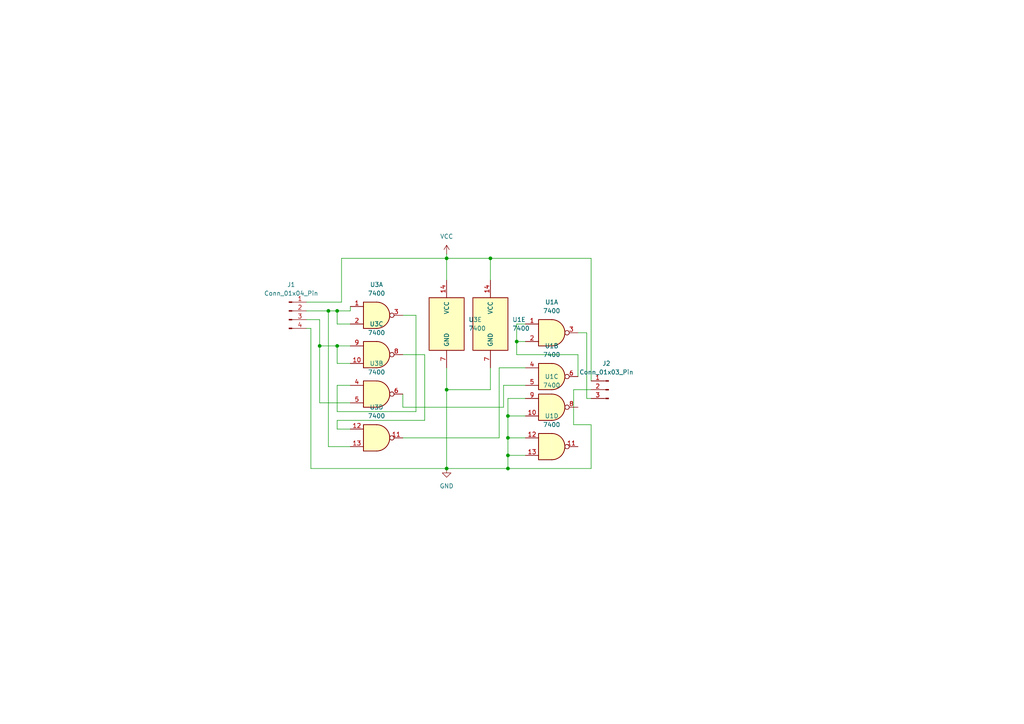
<source format=kicad_sch>
(kicad_sch
	(version 20250114)
	(generator "eeschema")
	(generator_version "9.0")
	(uuid "3fbc55f8-89b9-4de5-9ea3-f6a5a718f87a")
	(paper "A4")
	(lib_symbols
		(symbol "74xx:7400"
			(pin_names
				(offset 1.016)
			)
			(exclude_from_sim no)
			(in_bom yes)
			(on_board yes)
			(property "Reference" "U"
				(at 0 1.27 0)
				(effects
					(font
						(size 1.27 1.27)
					)
				)
			)
			(property "Value" "7400"
				(at 0 -1.27 0)
				(effects
					(font
						(size 1.27 1.27)
					)
				)
			)
			(property "Footprint" ""
				(at 0 0 0)
				(effects
					(font
						(size 1.27 1.27)
					)
					(hide yes)
				)
			)
			(property "Datasheet" "http://www.ti.com/lit/gpn/sn7400"
				(at 0 0 0)
				(effects
					(font
						(size 1.27 1.27)
					)
					(hide yes)
				)
			)
			(property "Description" "quad 2-input NAND gate"
				(at 0 0 0)
				(effects
					(font
						(size 1.27 1.27)
					)
					(hide yes)
				)
			)
			(property "ki_locked" ""
				(at 0 0 0)
				(effects
					(font
						(size 1.27 1.27)
					)
				)
			)
			(property "ki_keywords" "TTL nand 2-input"
				(at 0 0 0)
				(effects
					(font
						(size 1.27 1.27)
					)
					(hide yes)
				)
			)
			(property "ki_fp_filters" "DIP*W7.62mm* SO14*"
				(at 0 0 0)
				(effects
					(font
						(size 1.27 1.27)
					)
					(hide yes)
				)
			)
			(symbol "7400_1_1"
				(arc
					(start 0 3.81)
					(mid 3.7934 0)
					(end 0 -3.81)
					(stroke
						(width 0.254)
						(type default)
					)
					(fill
						(type background)
					)
				)
				(polyline
					(pts
						(xy 0 3.81) (xy -3.81 3.81) (xy -3.81 -3.81) (xy 0 -3.81)
					)
					(stroke
						(width 0.254)
						(type default)
					)
					(fill
						(type background)
					)
				)
				(pin input line
					(at -7.62 2.54 0)
					(length 3.81)
					(name "~"
						(effects
							(font
								(size 1.27 1.27)
							)
						)
					)
					(number "1"
						(effects
							(font
								(size 1.27 1.27)
							)
						)
					)
				)
				(pin input line
					(at -7.62 -2.54 0)
					(length 3.81)
					(name "~"
						(effects
							(font
								(size 1.27 1.27)
							)
						)
					)
					(number "2"
						(effects
							(font
								(size 1.27 1.27)
							)
						)
					)
				)
				(pin output inverted
					(at 7.62 0 180)
					(length 3.81)
					(name "~"
						(effects
							(font
								(size 1.27 1.27)
							)
						)
					)
					(number "3"
						(effects
							(font
								(size 1.27 1.27)
							)
						)
					)
				)
			)
			(symbol "7400_1_2"
				(arc
					(start -3.81 3.81)
					(mid -2.589 0)
					(end -3.81 -3.81)
					(stroke
						(width 0.254)
						(type default)
					)
					(fill
						(type none)
					)
				)
				(polyline
					(pts
						(xy -3.81 3.81) (xy -0.635 3.81)
					)
					(stroke
						(width 0.254)
						(type default)
					)
					(fill
						(type background)
					)
				)
				(polyline
					(pts
						(xy -3.81 -3.81) (xy -0.635 -3.81)
					)
					(stroke
						(width 0.254)
						(type default)
					)
					(fill
						(type background)
					)
				)
				(arc
					(start 3.81 0)
					(mid 2.1855 -2.584)
					(end -0.6096 -3.81)
					(stroke
						(width 0.254)
						(type default)
					)
					(fill
						(type background)
					)
				)
				(arc
					(start -0.6096 3.81)
					(mid 2.1928 2.5924)
					(end 3.81 0)
					(stroke
						(width 0.254)
						(type default)
					)
					(fill
						(type background)
					)
				)
				(polyline
					(pts
						(xy -0.635 3.81) (xy -3.81 3.81) (xy -3.81 3.81) (xy -3.556 3.4036) (xy -3.0226 2.2606) (xy -2.6924 1.0414)
						(xy -2.6162 -0.254) (xy -2.7686 -1.4986) (xy -3.175 -2.7178) (xy -3.81 -3.81) (xy -3.81 -3.81)
						(xy -0.635 -3.81)
					)
					(stroke
						(width -25.4)
						(type default)
					)
					(fill
						(type background)
					)
				)
				(pin input inverted
					(at -7.62 2.54 0)
					(length 4.318)
					(name "~"
						(effects
							(font
								(size 1.27 1.27)
							)
						)
					)
					(number "1"
						(effects
							(font
								(size 1.27 1.27)
							)
						)
					)
				)
				(pin input inverted
					(at -7.62 -2.54 0)
					(length 4.318)
					(name "~"
						(effects
							(font
								(size 1.27 1.27)
							)
						)
					)
					(number "2"
						(effects
							(font
								(size 1.27 1.27)
							)
						)
					)
				)
				(pin output line
					(at 7.62 0 180)
					(length 3.81)
					(name "~"
						(effects
							(font
								(size 1.27 1.27)
							)
						)
					)
					(number "3"
						(effects
							(font
								(size 1.27 1.27)
							)
						)
					)
				)
			)
			(symbol "7400_2_1"
				(arc
					(start 0 3.81)
					(mid 3.7934 0)
					(end 0 -3.81)
					(stroke
						(width 0.254)
						(type default)
					)
					(fill
						(type background)
					)
				)
				(polyline
					(pts
						(xy 0 3.81) (xy -3.81 3.81) (xy -3.81 -3.81) (xy 0 -3.81)
					)
					(stroke
						(width 0.254)
						(type default)
					)
					(fill
						(type background)
					)
				)
				(pin input line
					(at -7.62 2.54 0)
					(length 3.81)
					(name "~"
						(effects
							(font
								(size 1.27 1.27)
							)
						)
					)
					(number "4"
						(effects
							(font
								(size 1.27 1.27)
							)
						)
					)
				)
				(pin input line
					(at -7.62 -2.54 0)
					(length 3.81)
					(name "~"
						(effects
							(font
								(size 1.27 1.27)
							)
						)
					)
					(number "5"
						(effects
							(font
								(size 1.27 1.27)
							)
						)
					)
				)
				(pin output inverted
					(at 7.62 0 180)
					(length 3.81)
					(name "~"
						(effects
							(font
								(size 1.27 1.27)
							)
						)
					)
					(number "6"
						(effects
							(font
								(size 1.27 1.27)
							)
						)
					)
				)
			)
			(symbol "7400_2_2"
				(arc
					(start -3.81 3.81)
					(mid -2.589 0)
					(end -3.81 -3.81)
					(stroke
						(width 0.254)
						(type default)
					)
					(fill
						(type none)
					)
				)
				(polyline
					(pts
						(xy -3.81 3.81) (xy -0.635 3.81)
					)
					(stroke
						(width 0.254)
						(type default)
					)
					(fill
						(type background)
					)
				)
				(polyline
					(pts
						(xy -3.81 -3.81) (xy -0.635 -3.81)
					)
					(stroke
						(width 0.254)
						(type default)
					)
					(fill
						(type background)
					)
				)
				(arc
					(start 3.81 0)
					(mid 2.1855 -2.584)
					(end -0.6096 -3.81)
					(stroke
						(width 0.254)
						(type default)
					)
					(fill
						(type background)
					)
				)
				(arc
					(start -0.6096 3.81)
					(mid 2.1928 2.5924)
					(end 3.81 0)
					(stroke
						(width 0.254)
						(type default)
					)
					(fill
						(type background)
					)
				)
				(polyline
					(pts
						(xy -0.635 3.81) (xy -3.81 3.81) (xy -3.81 3.81) (xy -3.556 3.4036) (xy -3.0226 2.2606) (xy -2.6924 1.0414)
						(xy -2.6162 -0.254) (xy -2.7686 -1.4986) (xy -3.175 -2.7178) (xy -3.81 -3.81) (xy -3.81 -3.81)
						(xy -0.635 -3.81)
					)
					(stroke
						(width -25.4)
						(type default)
					)
					(fill
						(type background)
					)
				)
				(pin input inverted
					(at -7.62 2.54 0)
					(length 4.318)
					(name "~"
						(effects
							(font
								(size 1.27 1.27)
							)
						)
					)
					(number "4"
						(effects
							(font
								(size 1.27 1.27)
							)
						)
					)
				)
				(pin input inverted
					(at -7.62 -2.54 0)
					(length 4.318)
					(name "~"
						(effects
							(font
								(size 1.27 1.27)
							)
						)
					)
					(number "5"
						(effects
							(font
								(size 1.27 1.27)
							)
						)
					)
				)
				(pin output line
					(at 7.62 0 180)
					(length 3.81)
					(name "~"
						(effects
							(font
								(size 1.27 1.27)
							)
						)
					)
					(number "6"
						(effects
							(font
								(size 1.27 1.27)
							)
						)
					)
				)
			)
			(symbol "7400_3_1"
				(arc
					(start 0 3.81)
					(mid 3.7934 0)
					(end 0 -3.81)
					(stroke
						(width 0.254)
						(type default)
					)
					(fill
						(type background)
					)
				)
				(polyline
					(pts
						(xy 0 3.81) (xy -3.81 3.81) (xy -3.81 -3.81) (xy 0 -3.81)
					)
					(stroke
						(width 0.254)
						(type default)
					)
					(fill
						(type background)
					)
				)
				(pin input line
					(at -7.62 2.54 0)
					(length 3.81)
					(name "~"
						(effects
							(font
								(size 1.27 1.27)
							)
						)
					)
					(number "9"
						(effects
							(font
								(size 1.27 1.27)
							)
						)
					)
				)
				(pin input line
					(at -7.62 -2.54 0)
					(length 3.81)
					(name "~"
						(effects
							(font
								(size 1.27 1.27)
							)
						)
					)
					(number "10"
						(effects
							(font
								(size 1.27 1.27)
							)
						)
					)
				)
				(pin output inverted
					(at 7.62 0 180)
					(length 3.81)
					(name "~"
						(effects
							(font
								(size 1.27 1.27)
							)
						)
					)
					(number "8"
						(effects
							(font
								(size 1.27 1.27)
							)
						)
					)
				)
			)
			(symbol "7400_3_2"
				(arc
					(start -3.81 3.81)
					(mid -2.589 0)
					(end -3.81 -3.81)
					(stroke
						(width 0.254)
						(type default)
					)
					(fill
						(type none)
					)
				)
				(polyline
					(pts
						(xy -3.81 3.81) (xy -0.635 3.81)
					)
					(stroke
						(width 0.254)
						(type default)
					)
					(fill
						(type background)
					)
				)
				(polyline
					(pts
						(xy -3.81 -3.81) (xy -0.635 -3.81)
					)
					(stroke
						(width 0.254)
						(type default)
					)
					(fill
						(type background)
					)
				)
				(arc
					(start 3.81 0)
					(mid 2.1855 -2.584)
					(end -0.6096 -3.81)
					(stroke
						(width 0.254)
						(type default)
					)
					(fill
						(type background)
					)
				)
				(arc
					(start -0.6096 3.81)
					(mid 2.1928 2.5924)
					(end 3.81 0)
					(stroke
						(width 0.254)
						(type default)
					)
					(fill
						(type background)
					)
				)
				(polyline
					(pts
						(xy -0.635 3.81) (xy -3.81 3.81) (xy -3.81 3.81) (xy -3.556 3.4036) (xy -3.0226 2.2606) (xy -2.6924 1.0414)
						(xy -2.6162 -0.254) (xy -2.7686 -1.4986) (xy -3.175 -2.7178) (xy -3.81 -3.81) (xy -3.81 -3.81)
						(xy -0.635 -3.81)
					)
					(stroke
						(width -25.4)
						(type default)
					)
					(fill
						(type background)
					)
				)
				(pin input inverted
					(at -7.62 2.54 0)
					(length 4.318)
					(name "~"
						(effects
							(font
								(size 1.27 1.27)
							)
						)
					)
					(number "9"
						(effects
							(font
								(size 1.27 1.27)
							)
						)
					)
				)
				(pin input inverted
					(at -7.62 -2.54 0)
					(length 4.318)
					(name "~"
						(effects
							(font
								(size 1.27 1.27)
							)
						)
					)
					(number "10"
						(effects
							(font
								(size 1.27 1.27)
							)
						)
					)
				)
				(pin output line
					(at 7.62 0 180)
					(length 3.81)
					(name "~"
						(effects
							(font
								(size 1.27 1.27)
							)
						)
					)
					(number "8"
						(effects
							(font
								(size 1.27 1.27)
							)
						)
					)
				)
			)
			(symbol "7400_4_1"
				(arc
					(start 0 3.81)
					(mid 3.7934 0)
					(end 0 -3.81)
					(stroke
						(width 0.254)
						(type default)
					)
					(fill
						(type background)
					)
				)
				(polyline
					(pts
						(xy 0 3.81) (xy -3.81 3.81) (xy -3.81 -3.81) (xy 0 -3.81)
					)
					(stroke
						(width 0.254)
						(type default)
					)
					(fill
						(type background)
					)
				)
				(pin input line
					(at -7.62 2.54 0)
					(length 3.81)
					(name "~"
						(effects
							(font
								(size 1.27 1.27)
							)
						)
					)
					(number "12"
						(effects
							(font
								(size 1.27 1.27)
							)
						)
					)
				)
				(pin input line
					(at -7.62 -2.54 0)
					(length 3.81)
					(name "~"
						(effects
							(font
								(size 1.27 1.27)
							)
						)
					)
					(number "13"
						(effects
							(font
								(size 1.27 1.27)
							)
						)
					)
				)
				(pin output inverted
					(at 7.62 0 180)
					(length 3.81)
					(name "~"
						(effects
							(font
								(size 1.27 1.27)
							)
						)
					)
					(number "11"
						(effects
							(font
								(size 1.27 1.27)
							)
						)
					)
				)
			)
			(symbol "7400_4_2"
				(arc
					(start -3.81 3.81)
					(mid -2.589 0)
					(end -3.81 -3.81)
					(stroke
						(width 0.254)
						(type default)
					)
					(fill
						(type none)
					)
				)
				(polyline
					(pts
						(xy -3.81 3.81) (xy -0.635 3.81)
					)
					(stroke
						(width 0.254)
						(type default)
					)
					(fill
						(type background)
					)
				)
				(polyline
					(pts
						(xy -3.81 -3.81) (xy -0.635 -3.81)
					)
					(stroke
						(width 0.254)
						(type default)
					)
					(fill
						(type background)
					)
				)
				(arc
					(start 3.81 0)
					(mid 2.1855 -2.584)
					(end -0.6096 -3.81)
					(stroke
						(width 0.254)
						(type default)
					)
					(fill
						(type background)
					)
				)
				(arc
					(start -0.6096 3.81)
					(mid 2.1928 2.5924)
					(end 3.81 0)
					(stroke
						(width 0.254)
						(type default)
					)
					(fill
						(type background)
					)
				)
				(polyline
					(pts
						(xy -0.635 3.81) (xy -3.81 3.81) (xy -3.81 3.81) (xy -3.556 3.4036) (xy -3.0226 2.2606) (xy -2.6924 1.0414)
						(xy -2.6162 -0.254) (xy -2.7686 -1.4986) (xy -3.175 -2.7178) (xy -3.81 -3.81) (xy -3.81 -3.81)
						(xy -0.635 -3.81)
					)
					(stroke
						(width -25.4)
						(type default)
					)
					(fill
						(type background)
					)
				)
				(pin input inverted
					(at -7.62 2.54 0)
					(length 4.318)
					(name "~"
						(effects
							(font
								(size 1.27 1.27)
							)
						)
					)
					(number "12"
						(effects
							(font
								(size 1.27 1.27)
							)
						)
					)
				)
				(pin input inverted
					(at -7.62 -2.54 0)
					(length 4.318)
					(name "~"
						(effects
							(font
								(size 1.27 1.27)
							)
						)
					)
					(number "13"
						(effects
							(font
								(size 1.27 1.27)
							)
						)
					)
				)
				(pin output line
					(at 7.62 0 180)
					(length 3.81)
					(name "~"
						(effects
							(font
								(size 1.27 1.27)
							)
						)
					)
					(number "11"
						(effects
							(font
								(size 1.27 1.27)
							)
						)
					)
				)
			)
			(symbol "7400_5_0"
				(pin power_in line
					(at 0 12.7 270)
					(length 5.08)
					(name "VCC"
						(effects
							(font
								(size 1.27 1.27)
							)
						)
					)
					(number "14"
						(effects
							(font
								(size 1.27 1.27)
							)
						)
					)
				)
				(pin power_in line
					(at 0 -12.7 90)
					(length 5.08)
					(name "GND"
						(effects
							(font
								(size 1.27 1.27)
							)
						)
					)
					(number "7"
						(effects
							(font
								(size 1.27 1.27)
							)
						)
					)
				)
			)
			(symbol "7400_5_1"
				(rectangle
					(start -5.08 7.62)
					(end 5.08 -7.62)
					(stroke
						(width 0.254)
						(type default)
					)
					(fill
						(type background)
					)
				)
			)
			(embedded_fonts no)
		)
		(symbol "Connector:Conn_01x03_Pin"
			(pin_names
				(offset 1.016)
				(hide yes)
			)
			(exclude_from_sim no)
			(in_bom yes)
			(on_board yes)
			(property "Reference" "J"
				(at 0 5.08 0)
				(effects
					(font
						(size 1.27 1.27)
					)
				)
			)
			(property "Value" "Conn_01x03_Pin"
				(at 0 -5.08 0)
				(effects
					(font
						(size 1.27 1.27)
					)
				)
			)
			(property "Footprint" ""
				(at 0 0 0)
				(effects
					(font
						(size 1.27 1.27)
					)
					(hide yes)
				)
			)
			(property "Datasheet" "~"
				(at 0 0 0)
				(effects
					(font
						(size 1.27 1.27)
					)
					(hide yes)
				)
			)
			(property "Description" "Generic connector, single row, 01x03, script generated"
				(at 0 0 0)
				(effects
					(font
						(size 1.27 1.27)
					)
					(hide yes)
				)
			)
			(property "ki_locked" ""
				(at 0 0 0)
				(effects
					(font
						(size 1.27 1.27)
					)
				)
			)
			(property "ki_keywords" "connector"
				(at 0 0 0)
				(effects
					(font
						(size 1.27 1.27)
					)
					(hide yes)
				)
			)
			(property "ki_fp_filters" "Connector*:*_1x??_*"
				(at 0 0 0)
				(effects
					(font
						(size 1.27 1.27)
					)
					(hide yes)
				)
			)
			(symbol "Conn_01x03_Pin_1_1"
				(rectangle
					(start 0.8636 2.667)
					(end 0 2.413)
					(stroke
						(width 0.1524)
						(type default)
					)
					(fill
						(type outline)
					)
				)
				(rectangle
					(start 0.8636 0.127)
					(end 0 -0.127)
					(stroke
						(width 0.1524)
						(type default)
					)
					(fill
						(type outline)
					)
				)
				(rectangle
					(start 0.8636 -2.413)
					(end 0 -2.667)
					(stroke
						(width 0.1524)
						(type default)
					)
					(fill
						(type outline)
					)
				)
				(polyline
					(pts
						(xy 1.27 2.54) (xy 0.8636 2.54)
					)
					(stroke
						(width 0.1524)
						(type default)
					)
					(fill
						(type none)
					)
				)
				(polyline
					(pts
						(xy 1.27 0) (xy 0.8636 0)
					)
					(stroke
						(width 0.1524)
						(type default)
					)
					(fill
						(type none)
					)
				)
				(polyline
					(pts
						(xy 1.27 -2.54) (xy 0.8636 -2.54)
					)
					(stroke
						(width 0.1524)
						(type default)
					)
					(fill
						(type none)
					)
				)
				(pin passive line
					(at 5.08 2.54 180)
					(length 3.81)
					(name "Pin_1"
						(effects
							(font
								(size 1.27 1.27)
							)
						)
					)
					(number "1"
						(effects
							(font
								(size 1.27 1.27)
							)
						)
					)
				)
				(pin passive line
					(at 5.08 0 180)
					(length 3.81)
					(name "Pin_2"
						(effects
							(font
								(size 1.27 1.27)
							)
						)
					)
					(number "2"
						(effects
							(font
								(size 1.27 1.27)
							)
						)
					)
				)
				(pin passive line
					(at 5.08 -2.54 180)
					(length 3.81)
					(name "Pin_3"
						(effects
							(font
								(size 1.27 1.27)
							)
						)
					)
					(number "3"
						(effects
							(font
								(size 1.27 1.27)
							)
						)
					)
				)
			)
			(embedded_fonts no)
		)
		(symbol "Connector:Conn_01x04_Pin"
			(pin_names
				(offset 1.016)
				(hide yes)
			)
			(exclude_from_sim no)
			(in_bom yes)
			(on_board yes)
			(property "Reference" "J"
				(at 0 5.08 0)
				(effects
					(font
						(size 1.27 1.27)
					)
				)
			)
			(property "Value" "Conn_01x04_Pin"
				(at 0 -7.62 0)
				(effects
					(font
						(size 1.27 1.27)
					)
				)
			)
			(property "Footprint" ""
				(at 0 0 0)
				(effects
					(font
						(size 1.27 1.27)
					)
					(hide yes)
				)
			)
			(property "Datasheet" "~"
				(at 0 0 0)
				(effects
					(font
						(size 1.27 1.27)
					)
					(hide yes)
				)
			)
			(property "Description" "Generic connector, single row, 01x04, script generated"
				(at 0 0 0)
				(effects
					(font
						(size 1.27 1.27)
					)
					(hide yes)
				)
			)
			(property "ki_locked" ""
				(at 0 0 0)
				(effects
					(font
						(size 1.27 1.27)
					)
				)
			)
			(property "ki_keywords" "connector"
				(at 0 0 0)
				(effects
					(font
						(size 1.27 1.27)
					)
					(hide yes)
				)
			)
			(property "ki_fp_filters" "Connector*:*_1x??_*"
				(at 0 0 0)
				(effects
					(font
						(size 1.27 1.27)
					)
					(hide yes)
				)
			)
			(symbol "Conn_01x04_Pin_1_1"
				(rectangle
					(start 0.8636 2.667)
					(end 0 2.413)
					(stroke
						(width 0.1524)
						(type default)
					)
					(fill
						(type outline)
					)
				)
				(rectangle
					(start 0.8636 0.127)
					(end 0 -0.127)
					(stroke
						(width 0.1524)
						(type default)
					)
					(fill
						(type outline)
					)
				)
				(rectangle
					(start 0.8636 -2.413)
					(end 0 -2.667)
					(stroke
						(width 0.1524)
						(type default)
					)
					(fill
						(type outline)
					)
				)
				(rectangle
					(start 0.8636 -4.953)
					(end 0 -5.207)
					(stroke
						(width 0.1524)
						(type default)
					)
					(fill
						(type outline)
					)
				)
				(polyline
					(pts
						(xy 1.27 2.54) (xy 0.8636 2.54)
					)
					(stroke
						(width 0.1524)
						(type default)
					)
					(fill
						(type none)
					)
				)
				(polyline
					(pts
						(xy 1.27 0) (xy 0.8636 0)
					)
					(stroke
						(width 0.1524)
						(type default)
					)
					(fill
						(type none)
					)
				)
				(polyline
					(pts
						(xy 1.27 -2.54) (xy 0.8636 -2.54)
					)
					(stroke
						(width 0.1524)
						(type default)
					)
					(fill
						(type none)
					)
				)
				(polyline
					(pts
						(xy 1.27 -5.08) (xy 0.8636 -5.08)
					)
					(stroke
						(width 0.1524)
						(type default)
					)
					(fill
						(type none)
					)
				)
				(pin passive line
					(at 5.08 2.54 180)
					(length 3.81)
					(name "Pin_1"
						(effects
							(font
								(size 1.27 1.27)
							)
						)
					)
					(number "1"
						(effects
							(font
								(size 1.27 1.27)
							)
						)
					)
				)
				(pin passive line
					(at 5.08 0 180)
					(length 3.81)
					(name "Pin_2"
						(effects
							(font
								(size 1.27 1.27)
							)
						)
					)
					(number "2"
						(effects
							(font
								(size 1.27 1.27)
							)
						)
					)
				)
				(pin passive line
					(at 5.08 -2.54 180)
					(length 3.81)
					(name "Pin_3"
						(effects
							(font
								(size 1.27 1.27)
							)
						)
					)
					(number "3"
						(effects
							(font
								(size 1.27 1.27)
							)
						)
					)
				)
				(pin passive line
					(at 5.08 -5.08 180)
					(length 3.81)
					(name "Pin_4"
						(effects
							(font
								(size 1.27 1.27)
							)
						)
					)
					(number "4"
						(effects
							(font
								(size 1.27 1.27)
							)
						)
					)
				)
			)
			(embedded_fonts no)
		)
		(symbol "power:GND"
			(power)
			(pin_numbers
				(hide yes)
			)
			(pin_names
				(offset 0)
				(hide yes)
			)
			(exclude_from_sim no)
			(in_bom yes)
			(on_board yes)
			(property "Reference" "#PWR"
				(at 0 -6.35 0)
				(effects
					(font
						(size 1.27 1.27)
					)
					(hide yes)
				)
			)
			(property "Value" "GND"
				(at 0 -3.81 0)
				(effects
					(font
						(size 1.27 1.27)
					)
				)
			)
			(property "Footprint" ""
				(at 0 0 0)
				(effects
					(font
						(size 1.27 1.27)
					)
					(hide yes)
				)
			)
			(property "Datasheet" ""
				(at 0 0 0)
				(effects
					(font
						(size 1.27 1.27)
					)
					(hide yes)
				)
			)
			(property "Description" "Power symbol creates a global label with name \"GND\" , ground"
				(at 0 0 0)
				(effects
					(font
						(size 1.27 1.27)
					)
					(hide yes)
				)
			)
			(property "ki_keywords" "global power"
				(at 0 0 0)
				(effects
					(font
						(size 1.27 1.27)
					)
					(hide yes)
				)
			)
			(symbol "GND_0_1"
				(polyline
					(pts
						(xy 0 0) (xy 0 -1.27) (xy 1.27 -1.27) (xy 0 -2.54) (xy -1.27 -1.27) (xy 0 -1.27)
					)
					(stroke
						(width 0)
						(type default)
					)
					(fill
						(type none)
					)
				)
			)
			(symbol "GND_1_1"
				(pin power_in line
					(at 0 0 270)
					(length 0)
					(name "~"
						(effects
							(font
								(size 1.27 1.27)
							)
						)
					)
					(number "1"
						(effects
							(font
								(size 1.27 1.27)
							)
						)
					)
				)
			)
			(embedded_fonts no)
		)
		(symbol "power:VCC"
			(power)
			(pin_numbers
				(hide yes)
			)
			(pin_names
				(offset 0)
				(hide yes)
			)
			(exclude_from_sim no)
			(in_bom yes)
			(on_board yes)
			(property "Reference" "#PWR"
				(at 0 -3.81 0)
				(effects
					(font
						(size 1.27 1.27)
					)
					(hide yes)
				)
			)
			(property "Value" "VCC"
				(at 0 3.556 0)
				(effects
					(font
						(size 1.27 1.27)
					)
				)
			)
			(property "Footprint" ""
				(at 0 0 0)
				(effects
					(font
						(size 1.27 1.27)
					)
					(hide yes)
				)
			)
			(property "Datasheet" ""
				(at 0 0 0)
				(effects
					(font
						(size 1.27 1.27)
					)
					(hide yes)
				)
			)
			(property "Description" "Power symbol creates a global label with name \"VCC\""
				(at 0 0 0)
				(effects
					(font
						(size 1.27 1.27)
					)
					(hide yes)
				)
			)
			(property "ki_keywords" "global power"
				(at 0 0 0)
				(effects
					(font
						(size 1.27 1.27)
					)
					(hide yes)
				)
			)
			(symbol "VCC_0_1"
				(polyline
					(pts
						(xy -0.762 1.27) (xy 0 2.54)
					)
					(stroke
						(width 0)
						(type default)
					)
					(fill
						(type none)
					)
				)
				(polyline
					(pts
						(xy 0 2.54) (xy 0.762 1.27)
					)
					(stroke
						(width 0)
						(type default)
					)
					(fill
						(type none)
					)
				)
				(polyline
					(pts
						(xy 0 0) (xy 0 2.54)
					)
					(stroke
						(width 0)
						(type default)
					)
					(fill
						(type none)
					)
				)
			)
			(symbol "VCC_1_1"
				(pin power_in line
					(at 0 0 90)
					(length 0)
					(name "~"
						(effects
							(font
								(size 1.27 1.27)
							)
						)
					)
					(number "1"
						(effects
							(font
								(size 1.27 1.27)
							)
						)
					)
				)
			)
			(embedded_fonts no)
		)
	)
	(junction
		(at 147.32 120.65)
		(diameter 0)
		(color 0 0 0 0)
		(uuid "0529f7cb-10ff-4d2e-8b31-6ed412f8a072")
	)
	(junction
		(at 92.71 100.33)
		(diameter 0)
		(color 0 0 0 0)
		(uuid "09eaa768-b82b-47ae-b488-87fd2605534c")
	)
	(junction
		(at 147.32 127)
		(diameter 0)
		(color 0 0 0 0)
		(uuid "260b5f90-f81d-4979-a048-6027bb071222")
	)
	(junction
		(at 129.54 74.93)
		(diameter 0)
		(color 0 0 0 0)
		(uuid "318c8bc3-5d5e-48e2-8fea-c00f9abf5bf9")
	)
	(junction
		(at 97.79 90.17)
		(diameter 0)
		(color 0 0 0 0)
		(uuid "6c513883-1487-4e90-beef-8f5ad41865f8")
	)
	(junction
		(at 95.25 90.17)
		(diameter 0)
		(color 0 0 0 0)
		(uuid "6d34acdd-6733-40c9-9b88-5595d8b1a256")
	)
	(junction
		(at 149.86 99.06)
		(diameter 0)
		(color 0 0 0 0)
		(uuid "7d576edd-7b20-4e8c-bc88-1f5e76ab7d26")
	)
	(junction
		(at 97.79 100.33)
		(diameter 0)
		(color 0 0 0 0)
		(uuid "8d602ebc-8fec-4846-8663-147c38d021ca")
	)
	(junction
		(at 142.24 74.93)
		(diameter 0)
		(color 0 0 0 0)
		(uuid "9a37982f-5d36-4e7f-a77b-ce75d7ce934a")
	)
	(junction
		(at 129.54 113.03)
		(diameter 0)
		(color 0 0 0 0)
		(uuid "ba814466-b9b2-47c7-808e-c64eca92fd51")
	)
	(junction
		(at 129.54 135.89)
		(diameter 0)
		(color 0 0 0 0)
		(uuid "bf1e8535-c631-44c0-a402-38caa9a159eb")
	)
	(junction
		(at 147.32 132.08)
		(diameter 0)
		(color 0 0 0 0)
		(uuid "dd958a18-37a7-4866-95aa-0bc88b4f2666")
	)
	(junction
		(at 147.32 135.89)
		(diameter 0)
		(color 0 0 0 0)
		(uuid "f0cded51-92c1-4528-b8f2-cca82cb980ef")
	)
	(wire
		(pts
			(xy 101.6 90.17) (xy 101.6 88.9)
		)
		(stroke
			(width 0)
			(type default)
		)
		(uuid "013d2e85-40b1-4acc-bea8-0f90acd2b223")
	)
	(wire
		(pts
			(xy 95.25 129.54) (xy 95.25 90.17)
		)
		(stroke
			(width 0)
			(type default)
		)
		(uuid "04a8b9fb-30cc-4bc7-a42a-fdc52f219f56")
	)
	(wire
		(pts
			(xy 129.54 74.93) (xy 142.24 74.93)
		)
		(stroke
			(width 0)
			(type default)
		)
		(uuid "052d110a-9466-4141-bfeb-5382867899b4")
	)
	(wire
		(pts
			(xy 147.32 135.89) (xy 129.54 135.89)
		)
		(stroke
			(width 0)
			(type default)
		)
		(uuid "0942226b-d633-4dae-89fb-517243e19312")
	)
	(wire
		(pts
			(xy 101.6 100.33) (xy 97.79 100.33)
		)
		(stroke
			(width 0)
			(type default)
		)
		(uuid "09b9549e-c44a-41ba-a0d6-39453b2558ae")
	)
	(wire
		(pts
			(xy 147.32 132.08) (xy 152.4 132.08)
		)
		(stroke
			(width 0)
			(type default)
		)
		(uuid "0fb55416-d062-40db-baa5-0b2073f7fd50")
	)
	(wire
		(pts
			(xy 147.32 120.65) (xy 147.32 127)
		)
		(stroke
			(width 0)
			(type default)
		)
		(uuid "1b9fc113-6276-4f05-ad0b-eaceb54b0fe4")
	)
	(wire
		(pts
			(xy 92.71 100.33) (xy 92.71 116.84)
		)
		(stroke
			(width 0)
			(type default)
		)
		(uuid "1d6c2340-1481-4729-811c-810db831ad88")
	)
	(wire
		(pts
			(xy 147.32 120.65) (xy 152.4 120.65)
		)
		(stroke
			(width 0)
			(type default)
		)
		(uuid "1dfe78b3-e3f0-427f-a6c1-a2fdd87e6d9e")
	)
	(wire
		(pts
			(xy 142.24 113.03) (xy 129.54 113.03)
		)
		(stroke
			(width 0)
			(type default)
		)
		(uuid "217e3721-af76-43a5-9d76-b383510abd13")
	)
	(wire
		(pts
			(xy 101.6 93.98) (xy 97.79 93.98)
		)
		(stroke
			(width 0)
			(type default)
		)
		(uuid "241b917e-b63f-4b3b-a8db-414bfe11db46")
	)
	(wire
		(pts
			(xy 149.86 99.06) (xy 152.4 99.06)
		)
		(stroke
			(width 0)
			(type default)
		)
		(uuid "261d9587-9dfd-4649-ba93-34393542ff82")
	)
	(wire
		(pts
			(xy 101.6 105.41) (xy 97.79 105.41)
		)
		(stroke
			(width 0)
			(type default)
		)
		(uuid "2a07d255-053f-4b6b-b67b-d4fafbb83ab5")
	)
	(wire
		(pts
			(xy 123.19 102.87) (xy 123.19 121.92)
		)
		(stroke
			(width 0)
			(type default)
		)
		(uuid "2c642913-692b-4154-b0b7-799c6f850851")
	)
	(wire
		(pts
			(xy 166.37 123.19) (xy 166.37 113.03)
		)
		(stroke
			(width 0)
			(type default)
		)
		(uuid "3041b6cf-a152-4aeb-8260-9de17f6add94")
	)
	(wire
		(pts
			(xy 97.79 119.38) (xy 120.65 119.38)
		)
		(stroke
			(width 0)
			(type default)
		)
		(uuid "33b9b3ad-1ce6-4963-a97f-611218e6804d")
	)
	(wire
		(pts
			(xy 152.4 93.98) (xy 149.86 93.98)
		)
		(stroke
			(width 0)
			(type default)
		)
		(uuid "3671510a-d610-4142-aad5-b196a0ae5781")
	)
	(wire
		(pts
			(xy 120.65 91.44) (xy 116.84 91.44)
		)
		(stroke
			(width 0)
			(type default)
		)
		(uuid "372a5014-f4d9-4171-98d6-aad3609e930b")
	)
	(wire
		(pts
			(xy 149.86 102.87) (xy 149.86 99.06)
		)
		(stroke
			(width 0)
			(type default)
		)
		(uuid "3946ff09-ee64-418b-9d6d-b7e05099bbad")
	)
	(wire
		(pts
			(xy 149.86 93.98) (xy 149.86 99.06)
		)
		(stroke
			(width 0)
			(type default)
		)
		(uuid "3fbacd07-dbac-4469-93a0-1338fbaf2203")
	)
	(wire
		(pts
			(xy 88.9 95.25) (xy 90.17 95.25)
		)
		(stroke
			(width 0)
			(type default)
		)
		(uuid "40e36fee-8a4b-46aa-b1ec-eb58814a9b5c")
	)
	(wire
		(pts
			(xy 97.79 105.41) (xy 97.79 100.33)
		)
		(stroke
			(width 0)
			(type default)
		)
		(uuid "4352635b-3660-403a-a7c1-e0f50986d0d7")
	)
	(wire
		(pts
			(xy 171.45 123.19) (xy 166.37 123.19)
		)
		(stroke
			(width 0)
			(type default)
		)
		(uuid "43bd1945-bf5e-41a6-87f5-37201b777ac4")
	)
	(wire
		(pts
			(xy 146.05 111.76) (xy 146.05 118.11)
		)
		(stroke
			(width 0)
			(type default)
		)
		(uuid "47a30767-47cf-4d70-919f-974d339838d5")
	)
	(wire
		(pts
			(xy 97.79 124.46) (xy 101.6 124.46)
		)
		(stroke
			(width 0)
			(type default)
		)
		(uuid "5ad099c6-86c3-452a-8e32-e8d0cf0793cd")
	)
	(wire
		(pts
			(xy 129.54 106.68) (xy 129.54 113.03)
		)
		(stroke
			(width 0)
			(type default)
		)
		(uuid "5df33c54-1d3c-4efd-a448-da8415d1a9e4")
	)
	(wire
		(pts
			(xy 167.64 109.22) (xy 167.64 102.87)
		)
		(stroke
			(width 0)
			(type default)
		)
		(uuid "61d18bb4-d239-47d2-8434-6ee6ac90c139")
	)
	(wire
		(pts
			(xy 166.37 113.03) (xy 171.45 113.03)
		)
		(stroke
			(width 0)
			(type default)
		)
		(uuid "62312f4f-03a1-4afc-9fa6-cf4c4597239a")
	)
	(wire
		(pts
			(xy 120.65 119.38) (xy 120.65 91.44)
		)
		(stroke
			(width 0)
			(type default)
		)
		(uuid "63100d02-213c-468f-ac18-142a7cb28975")
	)
	(wire
		(pts
			(xy 88.9 90.17) (xy 95.25 90.17)
		)
		(stroke
			(width 0)
			(type default)
		)
		(uuid "652b2d9c-91bb-4900-afa4-83be4aab3532")
	)
	(wire
		(pts
			(xy 144.78 106.68) (xy 152.4 106.68)
		)
		(stroke
			(width 0)
			(type default)
		)
		(uuid "660e9796-49a4-415f-a837-22fa130af99e")
	)
	(wire
		(pts
			(xy 167.64 102.87) (xy 149.86 102.87)
		)
		(stroke
			(width 0)
			(type default)
		)
		(uuid "66fad5f9-7f7a-4d66-a43b-dedd61825c1c")
	)
	(wire
		(pts
			(xy 170.18 96.52) (xy 167.64 96.52)
		)
		(stroke
			(width 0)
			(type default)
		)
		(uuid "6ed849ea-de84-4b56-8db8-fd7960e8f7b2")
	)
	(wire
		(pts
			(xy 147.32 115.57) (xy 147.32 120.65)
		)
		(stroke
			(width 0)
			(type default)
		)
		(uuid "7072f4e9-0efc-49de-9e30-a360aa838ca2")
	)
	(wire
		(pts
			(xy 142.24 81.28) (xy 142.24 74.93)
		)
		(stroke
			(width 0)
			(type default)
		)
		(uuid "7b91e763-39bb-44cb-b8bd-bad0c8fd5964")
	)
	(wire
		(pts
			(xy 116.84 118.11) (xy 146.05 118.11)
		)
		(stroke
			(width 0)
			(type default)
		)
		(uuid "820c67cd-a69f-46fe-9d73-19cfafd9256a")
	)
	(wire
		(pts
			(xy 90.17 135.89) (xy 129.54 135.89)
		)
		(stroke
			(width 0)
			(type default)
		)
		(uuid "84b20e9c-6273-4574-87c4-72f85bb1b496")
	)
	(wire
		(pts
			(xy 90.17 95.25) (xy 90.17 135.89)
		)
		(stroke
			(width 0)
			(type default)
		)
		(uuid "8e1c1c2a-3ca6-40ae-aedf-164d571a0dd1")
	)
	(wire
		(pts
			(xy 97.79 111.76) (xy 101.6 111.76)
		)
		(stroke
			(width 0)
			(type default)
		)
		(uuid "9168adfc-1e8d-4b6d-8378-e9867c2d5784")
	)
	(wire
		(pts
			(xy 116.84 118.11) (xy 116.84 114.3)
		)
		(stroke
			(width 0)
			(type default)
		)
		(uuid "98e3e3e8-99af-451b-aed8-44a761dd46e7")
	)
	(wire
		(pts
			(xy 171.45 74.93) (xy 142.24 74.93)
		)
		(stroke
			(width 0)
			(type default)
		)
		(uuid "9b129593-9a67-4865-84ee-2b09d6cb8c09")
	)
	(wire
		(pts
			(xy 92.71 100.33) (xy 92.71 92.71)
		)
		(stroke
			(width 0)
			(type default)
		)
		(uuid "a0f62de2-5c82-406a-831a-4a9dd5432cdf")
	)
	(wire
		(pts
			(xy 99.06 87.63) (xy 99.06 74.93)
		)
		(stroke
			(width 0)
			(type default)
		)
		(uuid "a7f04cde-9dca-43b0-aef5-a8c843b55922")
	)
	(wire
		(pts
			(xy 88.9 87.63) (xy 99.06 87.63)
		)
		(stroke
			(width 0)
			(type default)
		)
		(uuid "a813b205-f119-4622-a0cc-3dc58592379f")
	)
	(wire
		(pts
			(xy 147.32 127) (xy 147.32 132.08)
		)
		(stroke
			(width 0)
			(type default)
		)
		(uuid "a9f3fc83-9d1c-4542-8675-333eb366f6bf")
	)
	(wire
		(pts
			(xy 170.18 115.57) (xy 170.18 96.52)
		)
		(stroke
			(width 0)
			(type default)
		)
		(uuid "b113bba3-6193-451a-91b8-c6b8147ba5a1")
	)
	(wire
		(pts
			(xy 99.06 74.93) (xy 129.54 74.93)
		)
		(stroke
			(width 0)
			(type default)
		)
		(uuid "b3e691dc-27a6-45cc-bea2-66b6b6f00d37")
	)
	(wire
		(pts
			(xy 97.79 121.92) (xy 97.79 124.46)
		)
		(stroke
			(width 0)
			(type default)
		)
		(uuid "b897b1e2-aa42-499c-9de3-9ec02e1c8d32")
	)
	(wire
		(pts
			(xy 123.19 121.92) (xy 97.79 121.92)
		)
		(stroke
			(width 0)
			(type default)
		)
		(uuid "bbfe0505-e470-4e09-b2a6-96b0d32a9e56")
	)
	(wire
		(pts
			(xy 171.45 135.89) (xy 147.32 135.89)
		)
		(stroke
			(width 0)
			(type default)
		)
		(uuid "bc453d12-e0e1-4ee0-b8e6-7142fe9b32c5")
	)
	(wire
		(pts
			(xy 129.54 113.03) (xy 129.54 135.89)
		)
		(stroke
			(width 0)
			(type default)
		)
		(uuid "bd506b24-3ab0-4213-8dca-8d03a7c1d8e1")
	)
	(wire
		(pts
			(xy 97.79 93.98) (xy 97.79 90.17)
		)
		(stroke
			(width 0)
			(type default)
		)
		(uuid "bec72e94-3d7c-4862-9198-d6083746ed4f")
	)
	(wire
		(pts
			(xy 152.4 111.76) (xy 146.05 111.76)
		)
		(stroke
			(width 0)
			(type default)
		)
		(uuid "c009ae86-1302-41a9-92b1-173c8fe27ecc")
	)
	(wire
		(pts
			(xy 152.4 115.57) (xy 147.32 115.57)
		)
		(stroke
			(width 0)
			(type default)
		)
		(uuid "c6de884f-c7a9-4287-b4c7-e28849de9ee9")
	)
	(wire
		(pts
			(xy 171.45 110.49) (xy 171.45 74.93)
		)
		(stroke
			(width 0)
			(type default)
		)
		(uuid "c7b61761-e287-4b93-a2f1-93b4a750c210")
	)
	(wire
		(pts
			(xy 97.79 90.17) (xy 101.6 90.17)
		)
		(stroke
			(width 0)
			(type default)
		)
		(uuid "c943f325-44bb-4c32-ada7-06f0bf2fdb23")
	)
	(wire
		(pts
			(xy 147.32 132.08) (xy 147.32 135.89)
		)
		(stroke
			(width 0)
			(type default)
		)
		(uuid "cc47ca0a-78be-4c7b-8f58-41c0071cbf67")
	)
	(wire
		(pts
			(xy 92.71 92.71) (xy 88.9 92.71)
		)
		(stroke
			(width 0)
			(type default)
		)
		(uuid "ce254388-fb8d-4914-b2bf-5af5c2b9fb00")
	)
	(wire
		(pts
			(xy 144.78 127) (xy 144.78 106.68)
		)
		(stroke
			(width 0)
			(type default)
		)
		(uuid "cec92105-a3df-4356-9fd8-3fdb923ea720")
	)
	(wire
		(pts
			(xy 97.79 111.76) (xy 97.79 119.38)
		)
		(stroke
			(width 0)
			(type default)
		)
		(uuid "cf031b31-d668-44ef-ae7d-e3fd938b3b7b")
	)
	(wire
		(pts
			(xy 101.6 129.54) (xy 95.25 129.54)
		)
		(stroke
			(width 0)
			(type default)
		)
		(uuid "d0554214-aa95-4de2-9da6-a5780c30bb70")
	)
	(wire
		(pts
			(xy 129.54 73.66) (xy 129.54 74.93)
		)
		(stroke
			(width 0)
			(type default)
		)
		(uuid "d0f95c3d-21e5-466c-be17-e94a3dd4f415")
	)
	(wire
		(pts
			(xy 97.79 100.33) (xy 92.71 100.33)
		)
		(stroke
			(width 0)
			(type default)
		)
		(uuid "d47b004a-a788-4bc7-9c5f-e75eca3ac585")
	)
	(wire
		(pts
			(xy 171.45 115.57) (xy 170.18 115.57)
		)
		(stroke
			(width 0)
			(type default)
		)
		(uuid "d53557fc-a859-43b6-a667-3454e9ab2f6b")
	)
	(wire
		(pts
			(xy 116.84 127) (xy 144.78 127)
		)
		(stroke
			(width 0)
			(type default)
		)
		(uuid "d7ab5e49-559c-4697-bbbd-67aeef3d89a2")
	)
	(wire
		(pts
			(xy 101.6 116.84) (xy 92.71 116.84)
		)
		(stroke
			(width 0)
			(type default)
		)
		(uuid "df08c627-d2f1-4bc0-b0da-3e34d31ca896")
	)
	(wire
		(pts
			(xy 116.84 102.87) (xy 123.19 102.87)
		)
		(stroke
			(width 0)
			(type default)
		)
		(uuid "e6e615b1-f836-4e19-9b85-a45922cbe11d")
	)
	(wire
		(pts
			(xy 147.32 127) (xy 152.4 127)
		)
		(stroke
			(width 0)
			(type default)
		)
		(uuid "ebb40b87-d428-4c7b-b7bd-0a3f041a7d38")
	)
	(wire
		(pts
			(xy 95.25 90.17) (xy 97.79 90.17)
		)
		(stroke
			(width 0)
			(type default)
		)
		(uuid "f0c3d6be-50e8-4584-bba9-5658ee6819d1")
	)
	(wire
		(pts
			(xy 171.45 135.89) (xy 171.45 123.19)
		)
		(stroke
			(width 0)
			(type default)
		)
		(uuid "f1ff475a-f327-4ed9-b932-f427032ce79b")
	)
	(wire
		(pts
			(xy 142.24 106.68) (xy 142.24 113.03)
		)
		(stroke
			(width 0)
			(type default)
		)
		(uuid "f3c6b154-b970-4928-983d-5fd4d5ff00b0")
	)
	(wire
		(pts
			(xy 129.54 74.93) (xy 129.54 81.28)
		)
		(stroke
			(width 0)
			(type default)
		)
		(uuid "f516de74-eb03-4462-a549-cb3175393345")
	)
	(symbol
		(lib_id "74xx:7400")
		(at 160.02 96.52 0)
		(unit 1)
		(exclude_from_sim no)
		(in_bom yes)
		(on_board yes)
		(dnp no)
		(fields_autoplaced yes)
		(uuid "06df74e3-5934-4bcd-9fd1-bb3d8182b729")
		(property "Reference" "U1"
			(at 160.0117 87.63 0)
			(effects
				(font
					(size 1.27 1.27)
				)
			)
		)
		(property "Value" "7400"
			(at 160.0117 90.17 0)
			(effects
				(font
					(size 1.27 1.27)
				)
			)
		)
		(property "Footprint" "Package_DIP:DIP-14_W7.62mm"
			(at 160.02 96.52 0)
			(effects
				(font
					(size 1.27 1.27)
				)
				(hide yes)
			)
		)
		(property "Datasheet" "http://www.ti.com/lit/gpn/sn7400"
			(at 160.02 96.52 0)
			(effects
				(font
					(size 1.27 1.27)
				)
				(hide yes)
			)
		)
		(property "Description" "quad 2-input NAND gate"
			(at 160.02 96.52 0)
			(effects
				(font
					(size 1.27 1.27)
				)
				(hide yes)
			)
		)
		(pin "5"
			(uuid "89f1767a-c58a-46bd-b703-d4708cd88271")
		)
		(pin "13"
			(uuid "e18e51fe-82f1-4cfb-ac75-5b4f65514c70")
		)
		(pin "9"
			(uuid "9b9a7342-1608-452f-b336-eb25c4147b61")
		)
		(pin "3"
			(uuid "764ac5e9-0df8-44dd-a90a-047735f1c2bf")
		)
		(pin "12"
			(uuid "4ca74d17-7826-4c60-8e34-2fc39baf4a7e")
		)
		(pin "11"
			(uuid "49173a63-e5f3-4cf1-9362-09b19596287a")
		)
		(pin "1"
			(uuid "f1827299-a298-4f98-b695-899bdc4fbba6")
		)
		(pin "2"
			(uuid "126c222b-3d1f-4831-82c8-d2833ad10c75")
		)
		(pin "10"
			(uuid "b31fc6cb-0f0e-4161-85f7-99887087b173")
		)
		(pin "7"
			(uuid "172eb327-c537-486c-b9f0-74204e808344")
		)
		(pin "6"
			(uuid "ebf1ae3f-4522-40f2-927f-811e839ec53b")
		)
		(pin "4"
			(uuid "b9615b68-d977-4de7-8c60-d7666f265b52")
		)
		(pin "8"
			(uuid "bcf9b933-f016-4021-bf79-6cca4ef86a4d")
		)
		(pin "14"
			(uuid "9976a298-0d87-4fa5-a842-0f9ecb95b490")
		)
		(instances
			(project ""
				(path "/3fbc55f8-89b9-4de5-9ea3-f6a5a718f87a"
					(reference "U1")
					(unit 1)
				)
			)
		)
	)
	(symbol
		(lib_id "74xx:7400")
		(at 109.22 114.3 0)
		(unit 2)
		(exclude_from_sim no)
		(in_bom yes)
		(on_board yes)
		(dnp no)
		(fields_autoplaced yes)
		(uuid "2a4dde82-2e89-473f-8942-07b85b29f07a")
		(property "Reference" "U3"
			(at 109.2117 105.41 0)
			(effects
				(font
					(size 1.27 1.27)
				)
			)
		)
		(property "Value" "7400"
			(at 109.2117 107.95 0)
			(effects
				(font
					(size 1.27 1.27)
				)
			)
		)
		(property "Footprint" "Package_DIP:DIP-14_W7.62mm"
			(at 109.22 114.3 0)
			(effects
				(font
					(size 1.27 1.27)
				)
				(hide yes)
			)
		)
		(property "Datasheet" "http://www.ti.com/lit/gpn/sn7400"
			(at 109.22 114.3 0)
			(effects
				(font
					(size 1.27 1.27)
				)
				(hide yes)
			)
		)
		(property "Description" "quad 2-input NAND gate"
			(at 109.22 114.3 0)
			(effects
				(font
					(size 1.27 1.27)
				)
				(hide yes)
			)
		)
		(pin "1"
			(uuid "1831c41a-7189-44e8-9eed-da8cc93643de")
		)
		(pin "2"
			(uuid "9f40e2ef-ff9b-4a0c-9727-813076e50a12")
		)
		(pin "3"
			(uuid "181aaed4-766c-41cb-a6ce-827f7a5ba5c1")
		)
		(pin "14"
			(uuid "69506c54-a44a-4ef6-950d-4a73749be6c5")
		)
		(pin "12"
			(uuid "4d521e75-219e-46bd-a8c0-04f864cdc70b")
		)
		(pin "13"
			(uuid "b6a5e67a-81e9-4905-b70d-7085ccbb0347")
		)
		(pin "10"
			(uuid "d9703eb1-37b8-4aeb-a5c2-ba0677e25b48")
		)
		(pin "8"
			(uuid "24e9c97d-ec01-40a0-9c93-fc8a3ed207c5")
		)
		(pin "9"
			(uuid "c4bb0f5d-7bfc-493c-8c31-0b418ce61ee5")
		)
		(pin "4"
			(uuid "21cb3cbd-129a-4d62-8913-ffbb5858fb9b")
		)
		(pin "6"
			(uuid "3586b783-9fa9-405c-9085-150dd4a15fe0")
		)
		(pin "11"
			(uuid "95abad51-f1d8-4517-98b8-b4200795361e")
		)
		(pin "5"
			(uuid "6788bcb8-5e7d-49f9-af06-2e0da8a4687a")
		)
		(pin "7"
			(uuid "e491e46f-3e50-4e67-858d-2973b8158ae5")
		)
		(instances
			(project ""
				(path "/3fbc55f8-89b9-4de5-9ea3-f6a5a718f87a"
					(reference "U3")
					(unit 2)
				)
			)
		)
	)
	(symbol
		(lib_id "74xx:7400")
		(at 160.02 109.22 0)
		(unit 2)
		(exclude_from_sim no)
		(in_bom yes)
		(on_board yes)
		(dnp no)
		(fields_autoplaced yes)
		(uuid "3923b0b3-eca9-4bb2-8dd0-0bc1b42802cc")
		(property "Reference" "U1"
			(at 160.0117 100.33 0)
			(effects
				(font
					(size 1.27 1.27)
				)
			)
		)
		(property "Value" "7400"
			(at 160.0117 102.87 0)
			(effects
				(font
					(size 1.27 1.27)
				)
			)
		)
		(property "Footprint" "Package_DIP:DIP-14_W7.62mm"
			(at 160.02 109.22 0)
			(effects
				(font
					(size 1.27 1.27)
				)
				(hide yes)
			)
		)
		(property "Datasheet" "http://www.ti.com/lit/gpn/sn7400"
			(at 160.02 109.22 0)
			(effects
				(font
					(size 1.27 1.27)
				)
				(hide yes)
			)
		)
		(property "Description" "quad 2-input NAND gate"
			(at 160.02 109.22 0)
			(effects
				(font
					(size 1.27 1.27)
				)
				(hide yes)
			)
		)
		(pin "5"
			(uuid "89f1767a-c58a-46bd-b703-d4708cd88271")
		)
		(pin "13"
			(uuid "e18e51fe-82f1-4cfb-ac75-5b4f65514c70")
		)
		(pin "9"
			(uuid "9b9a7342-1608-452f-b336-eb25c4147b61")
		)
		(pin "3"
			(uuid "764ac5e9-0df8-44dd-a90a-047735f1c2bf")
		)
		(pin "12"
			(uuid "4ca74d17-7826-4c60-8e34-2fc39baf4a7e")
		)
		(pin "11"
			(uuid "49173a63-e5f3-4cf1-9362-09b19596287a")
		)
		(pin "1"
			(uuid "f1827299-a298-4f98-b695-899bdc4fbba6")
		)
		(pin "2"
			(uuid "126c222b-3d1f-4831-82c8-d2833ad10c75")
		)
		(pin "10"
			(uuid "b31fc6cb-0f0e-4161-85f7-99887087b173")
		)
		(pin "7"
			(uuid "172eb327-c537-486c-b9f0-74204e808344")
		)
		(pin "6"
			(uuid "ebf1ae3f-4522-40f2-927f-811e839ec53b")
		)
		(pin "4"
			(uuid "b9615b68-d977-4de7-8c60-d7666f265b52")
		)
		(pin "8"
			(uuid "bcf9b933-f016-4021-bf79-6cca4ef86a4d")
		)
		(pin "14"
			(uuid "9976a298-0d87-4fa5-a842-0f9ecb95b490")
		)
		(instances
			(project ""
				(path "/3fbc55f8-89b9-4de5-9ea3-f6a5a718f87a"
					(reference "U1")
					(unit 2)
				)
			)
		)
	)
	(symbol
		(lib_id "74xx:7400")
		(at 142.24 93.98 0)
		(unit 5)
		(exclude_from_sim no)
		(in_bom yes)
		(on_board yes)
		(dnp no)
		(fields_autoplaced yes)
		(uuid "44d2c7b1-ddf8-4ce9-92df-8d31973f328c")
		(property "Reference" "U1"
			(at 148.59 92.7099 0)
			(effects
				(font
					(size 1.27 1.27)
				)
				(justify left)
			)
		)
		(property "Value" "7400"
			(at 148.59 95.2499 0)
			(effects
				(font
					(size 1.27 1.27)
				)
				(justify left)
			)
		)
		(property "Footprint" "Package_DIP:DIP-14_W7.62mm"
			(at 142.24 93.98 0)
			(effects
				(font
					(size 1.27 1.27)
				)
				(hide yes)
			)
		)
		(property "Datasheet" "http://www.ti.com/lit/gpn/sn7400"
			(at 142.24 93.98 0)
			(effects
				(font
					(size 1.27 1.27)
				)
				(hide yes)
			)
		)
		(property "Description" "quad 2-input NAND gate"
			(at 142.24 93.98 0)
			(effects
				(font
					(size 1.27 1.27)
				)
				(hide yes)
			)
		)
		(pin "5"
			(uuid "89f1767a-c58a-46bd-b703-d4708cd88271")
		)
		(pin "13"
			(uuid "e18e51fe-82f1-4cfb-ac75-5b4f65514c70")
		)
		(pin "9"
			(uuid "9b9a7342-1608-452f-b336-eb25c4147b61")
		)
		(pin "3"
			(uuid "764ac5e9-0df8-44dd-a90a-047735f1c2bf")
		)
		(pin "12"
			(uuid "4ca74d17-7826-4c60-8e34-2fc39baf4a7e")
		)
		(pin "11"
			(uuid "49173a63-e5f3-4cf1-9362-09b19596287a")
		)
		(pin "1"
			(uuid "f1827299-a298-4f98-b695-899bdc4fbba6")
		)
		(pin "2"
			(uuid "126c222b-3d1f-4831-82c8-d2833ad10c75")
		)
		(pin "10"
			(uuid "b31fc6cb-0f0e-4161-85f7-99887087b173")
		)
		(pin "7"
			(uuid "172eb327-c537-486c-b9f0-74204e808344")
		)
		(pin "6"
			(uuid "ebf1ae3f-4522-40f2-927f-811e839ec53b")
		)
		(pin "4"
			(uuid "b9615b68-d977-4de7-8c60-d7666f265b52")
		)
		(pin "8"
			(uuid "bcf9b933-f016-4021-bf79-6cca4ef86a4d")
		)
		(pin "14"
			(uuid "9976a298-0d87-4fa5-a842-0f9ecb95b490")
		)
		(instances
			(project ""
				(path "/3fbc55f8-89b9-4de5-9ea3-f6a5a718f87a"
					(reference "U1")
					(unit 5)
				)
			)
		)
	)
	(symbol
		(lib_id "74xx:7400")
		(at 109.22 102.87 0)
		(unit 3)
		(exclude_from_sim no)
		(in_bom yes)
		(on_board yes)
		(dnp no)
		(fields_autoplaced yes)
		(uuid "54739730-3bf1-4f43-92f4-72efe2ad2436")
		(property "Reference" "U3"
			(at 109.2117 93.98 0)
			(effects
				(font
					(size 1.27 1.27)
				)
			)
		)
		(property "Value" "7400"
			(at 109.2117 96.52 0)
			(effects
				(font
					(size 1.27 1.27)
				)
			)
		)
		(property "Footprint" "Package_DIP:DIP-14_W7.62mm"
			(at 109.22 102.87 0)
			(effects
				(font
					(size 1.27 1.27)
				)
				(hide yes)
			)
		)
		(property "Datasheet" "http://www.ti.com/lit/gpn/sn7400"
			(at 109.22 102.87 0)
			(effects
				(font
					(size 1.27 1.27)
				)
				(hide yes)
			)
		)
		(property "Description" "quad 2-input NAND gate"
			(at 109.22 102.87 0)
			(effects
				(font
					(size 1.27 1.27)
				)
				(hide yes)
			)
		)
		(pin "1"
			(uuid "1831c41a-7189-44e8-9eed-da8cc93643df")
		)
		(pin "2"
			(uuid "9f40e2ef-ff9b-4a0c-9727-813076e50a13")
		)
		(pin "3"
			(uuid "181aaed4-766c-41cb-a6ce-827f7a5ba5c2")
		)
		(pin "14"
			(uuid "69506c54-a44a-4ef6-950d-4a73749be6c6")
		)
		(pin "12"
			(uuid "4d521e75-219e-46bd-a8c0-04f864cdc70c")
		)
		(pin "13"
			(uuid "b6a5e67a-81e9-4905-b70d-7085ccbb0348")
		)
		(pin "10"
			(uuid "d9703eb1-37b8-4aeb-a5c2-ba0677e25b49")
		)
		(pin "8"
			(uuid "24e9c97d-ec01-40a0-9c93-fc8a3ed207c6")
		)
		(pin "9"
			(uuid "c4bb0f5d-7bfc-493c-8c31-0b418ce61ee6")
		)
		(pin "4"
			(uuid "21cb3cbd-129a-4d62-8913-ffbb5858fb9c")
		)
		(pin "6"
			(uuid "3586b783-9fa9-405c-9085-150dd4a15fe1")
		)
		(pin "11"
			(uuid "95abad51-f1d8-4517-98b8-b4200795361f")
		)
		(pin "5"
			(uuid "6788bcb8-5e7d-49f9-af06-2e0da8a4687b")
		)
		(pin "7"
			(uuid "e491e46f-3e50-4e67-858d-2973b8158ae6")
		)
		(instances
			(project ""
				(path "/3fbc55f8-89b9-4de5-9ea3-f6a5a718f87a"
					(reference "U3")
					(unit 3)
				)
			)
		)
	)
	(symbol
		(lib_id "74xx:7400")
		(at 109.22 127 0)
		(unit 4)
		(exclude_from_sim no)
		(in_bom yes)
		(on_board yes)
		(dnp no)
		(fields_autoplaced yes)
		(uuid "6af3146c-e5f2-49e3-a523-35f057b5cf50")
		(property "Reference" "U3"
			(at 109.2117 118.11 0)
			(effects
				(font
					(size 1.27 1.27)
				)
			)
		)
		(property "Value" "7400"
			(at 109.2117 120.65 0)
			(effects
				(font
					(size 1.27 1.27)
				)
			)
		)
		(property "Footprint" "Package_DIP:DIP-14_W7.62mm"
			(at 109.22 127 0)
			(effects
				(font
					(size 1.27 1.27)
				)
				(hide yes)
			)
		)
		(property "Datasheet" "http://www.ti.com/lit/gpn/sn7400"
			(at 109.22 127 0)
			(effects
				(font
					(size 1.27 1.27)
				)
				(hide yes)
			)
		)
		(property "Description" "quad 2-input NAND gate"
			(at 109.22 127 0)
			(effects
				(font
					(size 1.27 1.27)
				)
				(hide yes)
			)
		)
		(pin "1"
			(uuid "1831c41a-7189-44e8-9eed-da8cc93643e0")
		)
		(pin "2"
			(uuid "9f40e2ef-ff9b-4a0c-9727-813076e50a14")
		)
		(pin "3"
			(uuid "181aaed4-766c-41cb-a6ce-827f7a5ba5c3")
		)
		(pin "14"
			(uuid "69506c54-a44a-4ef6-950d-4a73749be6c7")
		)
		(pin "12"
			(uuid "4d521e75-219e-46bd-a8c0-04f864cdc70d")
		)
		(pin "13"
			(uuid "b6a5e67a-81e9-4905-b70d-7085ccbb0349")
		)
		(pin "10"
			(uuid "d9703eb1-37b8-4aeb-a5c2-ba0677e25b4a")
		)
		(pin "8"
			(uuid "24e9c97d-ec01-40a0-9c93-fc8a3ed207c7")
		)
		(pin "9"
			(uuid "c4bb0f5d-7bfc-493c-8c31-0b418ce61ee7")
		)
		(pin "4"
			(uuid "21cb3cbd-129a-4d62-8913-ffbb5858fb9d")
		)
		(pin "6"
			(uuid "3586b783-9fa9-405c-9085-150dd4a15fe2")
		)
		(pin "11"
			(uuid "95abad51-f1d8-4517-98b8-b42007953620")
		)
		(pin "5"
			(uuid "6788bcb8-5e7d-49f9-af06-2e0da8a4687c")
		)
		(pin "7"
			(uuid "e491e46f-3e50-4e67-858d-2973b8158ae7")
		)
		(instances
			(project ""
				(path "/3fbc55f8-89b9-4de5-9ea3-f6a5a718f87a"
					(reference "U3")
					(unit 4)
				)
			)
		)
	)
	(symbol
		(lib_id "power:VCC")
		(at 129.54 73.66 0)
		(unit 1)
		(exclude_from_sim no)
		(in_bom yes)
		(on_board yes)
		(dnp no)
		(fields_autoplaced yes)
		(uuid "9697a4b9-2278-481a-8f83-7e7a16fca8b6")
		(property "Reference" "#PWR02"
			(at 129.54 77.47 0)
			(effects
				(font
					(size 1.27 1.27)
				)
				(hide yes)
			)
		)
		(property "Value" "VCC"
			(at 129.54 68.58 0)
			(effects
				(font
					(size 1.27 1.27)
				)
			)
		)
		(property "Footprint" ""
			(at 129.54 73.66 0)
			(effects
				(font
					(size 1.27 1.27)
				)
				(hide yes)
			)
		)
		(property "Datasheet" ""
			(at 129.54 73.66 0)
			(effects
				(font
					(size 1.27 1.27)
				)
				(hide yes)
			)
		)
		(property "Description" "Power symbol creates a global label with name \"VCC\""
			(at 129.54 73.66 0)
			(effects
				(font
					(size 1.27 1.27)
				)
				(hide yes)
			)
		)
		(pin "1"
			(uuid "d5877ebb-0b61-4b79-a28e-3e79e3f8e676")
		)
		(instances
			(project ""
				(path "/3fbc55f8-89b9-4de5-9ea3-f6a5a718f87a"
					(reference "#PWR02")
					(unit 1)
				)
			)
		)
	)
	(symbol
		(lib_id "power:GND")
		(at 129.54 135.89 0)
		(unit 1)
		(exclude_from_sim no)
		(in_bom yes)
		(on_board yes)
		(dnp no)
		(fields_autoplaced yes)
		(uuid "9aaec5d2-5afc-4c71-ba6e-0748203f4ba0")
		(property "Reference" "#PWR01"
			(at 129.54 142.24 0)
			(effects
				(font
					(size 1.27 1.27)
				)
				(hide yes)
			)
		)
		(property "Value" "GND"
			(at 129.54 140.97 0)
			(effects
				(font
					(size 1.27 1.27)
				)
			)
		)
		(property "Footprint" ""
			(at 129.54 135.89 0)
			(effects
				(font
					(size 1.27 1.27)
				)
				(hide yes)
			)
		)
		(property "Datasheet" ""
			(at 129.54 135.89 0)
			(effects
				(font
					(size 1.27 1.27)
				)
				(hide yes)
			)
		)
		(property "Description" "Power symbol creates a global label with name \"GND\" , ground"
			(at 129.54 135.89 0)
			(effects
				(font
					(size 1.27 1.27)
				)
				(hide yes)
			)
		)
		(pin "1"
			(uuid "a4685b81-c689-4fc8-94fe-6b6cf3e46301")
		)
		(instances
			(project ""
				(path "/3fbc55f8-89b9-4de5-9ea3-f6a5a718f87a"
					(reference "#PWR01")
					(unit 1)
				)
			)
		)
	)
	(symbol
		(lib_id "74xx:7400")
		(at 109.22 91.44 0)
		(unit 1)
		(exclude_from_sim no)
		(in_bom yes)
		(on_board yes)
		(dnp no)
		(fields_autoplaced yes)
		(uuid "9f9a3b5a-baaa-4cc1-b62b-542d89e115e0")
		(property "Reference" "U3"
			(at 109.2117 82.55 0)
			(effects
				(font
					(size 1.27 1.27)
				)
			)
		)
		(property "Value" "7400"
			(at 109.2117 85.09 0)
			(effects
				(font
					(size 1.27 1.27)
				)
			)
		)
		(property "Footprint" "Package_DIP:DIP-14_W7.62mm"
			(at 109.22 91.44 0)
			(effects
				(font
					(size 1.27 1.27)
				)
				(hide yes)
			)
		)
		(property "Datasheet" "http://www.ti.com/lit/gpn/sn7400"
			(at 109.22 91.44 0)
			(effects
				(font
					(size 1.27 1.27)
				)
				(hide yes)
			)
		)
		(property "Description" "quad 2-input NAND gate"
			(at 109.22 91.44 0)
			(effects
				(font
					(size 1.27 1.27)
				)
				(hide yes)
			)
		)
		(pin "1"
			(uuid "1831c41a-7189-44e8-9eed-da8cc93643e1")
		)
		(pin "2"
			(uuid "9f40e2ef-ff9b-4a0c-9727-813076e50a15")
		)
		(pin "3"
			(uuid "181aaed4-766c-41cb-a6ce-827f7a5ba5c4")
		)
		(pin "14"
			(uuid "69506c54-a44a-4ef6-950d-4a73749be6c8")
		)
		(pin "12"
			(uuid "4d521e75-219e-46bd-a8c0-04f864cdc70e")
		)
		(pin "13"
			(uuid "b6a5e67a-81e9-4905-b70d-7085ccbb034a")
		)
		(pin "10"
			(uuid "d9703eb1-37b8-4aeb-a5c2-ba0677e25b4b")
		)
		(pin "8"
			(uuid "24e9c97d-ec01-40a0-9c93-fc8a3ed207c8")
		)
		(pin "9"
			(uuid "c4bb0f5d-7bfc-493c-8c31-0b418ce61ee8")
		)
		(pin "4"
			(uuid "21cb3cbd-129a-4d62-8913-ffbb5858fb9e")
		)
		(pin "6"
			(uuid "3586b783-9fa9-405c-9085-150dd4a15fe3")
		)
		(pin "11"
			(uuid "95abad51-f1d8-4517-98b8-b42007953621")
		)
		(pin "5"
			(uuid "6788bcb8-5e7d-49f9-af06-2e0da8a4687d")
		)
		(pin "7"
			(uuid "e491e46f-3e50-4e67-858d-2973b8158ae8")
		)
		(instances
			(project ""
				(path "/3fbc55f8-89b9-4de5-9ea3-f6a5a718f87a"
					(reference "U3")
					(unit 1)
				)
			)
		)
	)
	(symbol
		(lib_id "74xx:7400")
		(at 129.54 93.98 0)
		(unit 5)
		(exclude_from_sim no)
		(in_bom yes)
		(on_board yes)
		(dnp no)
		(fields_autoplaced yes)
		(uuid "b07bd77d-3fdd-45db-968c-d426941fefd2")
		(property "Reference" "U3"
			(at 135.89 92.7099 0)
			(effects
				(font
					(size 1.27 1.27)
				)
				(justify left)
			)
		)
		(property "Value" "7400"
			(at 135.89 95.2499 0)
			(effects
				(font
					(size 1.27 1.27)
				)
				(justify left)
			)
		)
		(property "Footprint" "Package_DIP:DIP-14_W7.62mm"
			(at 129.54 93.98 0)
			(effects
				(font
					(size 1.27 1.27)
				)
				(hide yes)
			)
		)
		(property "Datasheet" "http://www.ti.com/lit/gpn/sn7400"
			(at 129.54 93.98 0)
			(effects
				(font
					(size 1.27 1.27)
				)
				(hide yes)
			)
		)
		(property "Description" "quad 2-input NAND gate"
			(at 129.54 93.98 0)
			(effects
				(font
					(size 1.27 1.27)
				)
				(hide yes)
			)
		)
		(pin "1"
			(uuid "1831c41a-7189-44e8-9eed-da8cc93643e2")
		)
		(pin "2"
			(uuid "9f40e2ef-ff9b-4a0c-9727-813076e50a16")
		)
		(pin "3"
			(uuid "181aaed4-766c-41cb-a6ce-827f7a5ba5c5")
		)
		(pin "14"
			(uuid "69506c54-a44a-4ef6-950d-4a73749be6c9")
		)
		(pin "12"
			(uuid "4d521e75-219e-46bd-a8c0-04f864cdc70f")
		)
		(pin "13"
			(uuid "b6a5e67a-81e9-4905-b70d-7085ccbb034b")
		)
		(pin "10"
			(uuid "d9703eb1-37b8-4aeb-a5c2-ba0677e25b4c")
		)
		(pin "8"
			(uuid "24e9c97d-ec01-40a0-9c93-fc8a3ed207c9")
		)
		(pin "9"
			(uuid "c4bb0f5d-7bfc-493c-8c31-0b418ce61ee9")
		)
		(pin "4"
			(uuid "21cb3cbd-129a-4d62-8913-ffbb5858fb9f")
		)
		(pin "6"
			(uuid "3586b783-9fa9-405c-9085-150dd4a15fe4")
		)
		(pin "11"
			(uuid "95abad51-f1d8-4517-98b8-b42007953622")
		)
		(pin "5"
			(uuid "6788bcb8-5e7d-49f9-af06-2e0da8a4687e")
		)
		(pin "7"
			(uuid "e491e46f-3e50-4e67-858d-2973b8158ae9")
		)
		(instances
			(project ""
				(path "/3fbc55f8-89b9-4de5-9ea3-f6a5a718f87a"
					(reference "U3")
					(unit 5)
				)
			)
		)
	)
	(symbol
		(lib_id "74xx:7400")
		(at 160.02 118.11 0)
		(unit 3)
		(exclude_from_sim no)
		(in_bom yes)
		(on_board yes)
		(dnp no)
		(fields_autoplaced yes)
		(uuid "caa09eb0-d3e9-4f24-9b18-eee3ebc2a1c4")
		(property "Reference" "U1"
			(at 160.0117 109.22 0)
			(effects
				(font
					(size 1.27 1.27)
				)
			)
		)
		(property "Value" "7400"
			(at 160.0117 111.76 0)
			(effects
				(font
					(size 1.27 1.27)
				)
			)
		)
		(property "Footprint" "Package_DIP:DIP-14_W7.62mm"
			(at 160.02 118.11 0)
			(effects
				(font
					(size 1.27 1.27)
				)
				(hide yes)
			)
		)
		(property "Datasheet" "http://www.ti.com/lit/gpn/sn7400"
			(at 160.02 118.11 0)
			(effects
				(font
					(size 1.27 1.27)
				)
				(hide yes)
			)
		)
		(property "Description" "quad 2-input NAND gate"
			(at 160.02 118.11 0)
			(effects
				(font
					(size 1.27 1.27)
				)
				(hide yes)
			)
		)
		(pin "5"
			(uuid "89f1767a-c58a-46bd-b703-d4708cd88271")
		)
		(pin "13"
			(uuid "e18e51fe-82f1-4cfb-ac75-5b4f65514c70")
		)
		(pin "9"
			(uuid "9b9a7342-1608-452f-b336-eb25c4147b61")
		)
		(pin "3"
			(uuid "764ac5e9-0df8-44dd-a90a-047735f1c2bf")
		)
		(pin "12"
			(uuid "4ca74d17-7826-4c60-8e34-2fc39baf4a7e")
		)
		(pin "11"
			(uuid "49173a63-e5f3-4cf1-9362-09b19596287a")
		)
		(pin "1"
			(uuid "f1827299-a298-4f98-b695-899bdc4fbba6")
		)
		(pin "2"
			(uuid "126c222b-3d1f-4831-82c8-d2833ad10c75")
		)
		(pin "10"
			(uuid "b31fc6cb-0f0e-4161-85f7-99887087b173")
		)
		(pin "7"
			(uuid "172eb327-c537-486c-b9f0-74204e808344")
		)
		(pin "6"
			(uuid "ebf1ae3f-4522-40f2-927f-811e839ec53b")
		)
		(pin "4"
			(uuid "b9615b68-d977-4de7-8c60-d7666f265b52")
		)
		(pin "8"
			(uuid "bcf9b933-f016-4021-bf79-6cca4ef86a4d")
		)
		(pin "14"
			(uuid "9976a298-0d87-4fa5-a842-0f9ecb95b490")
		)
		(instances
			(project ""
				(path "/3fbc55f8-89b9-4de5-9ea3-f6a5a718f87a"
					(reference "U1")
					(unit 3)
				)
			)
		)
	)
	(symbol
		(lib_id "74xx:7400")
		(at 160.02 129.54 0)
		(unit 4)
		(exclude_from_sim no)
		(in_bom yes)
		(on_board yes)
		(dnp no)
		(fields_autoplaced yes)
		(uuid "e1cb4e17-bba2-4fd1-994b-466826d2f5c6")
		(property "Reference" "U1"
			(at 160.0117 120.65 0)
			(effects
				(font
					(size 1.27 1.27)
				)
			)
		)
		(property "Value" "7400"
			(at 160.0117 123.19 0)
			(effects
				(font
					(size 1.27 1.27)
				)
			)
		)
		(property "Footprint" "Package_DIP:DIP-14_W7.62mm"
			(at 160.02 129.54 0)
			(effects
				(font
					(size 1.27 1.27)
				)
				(hide yes)
			)
		)
		(property "Datasheet" "http://www.ti.com/lit/gpn/sn7400"
			(at 160.02 129.54 0)
			(effects
				(font
					(size 1.27 1.27)
				)
				(hide yes)
			)
		)
		(property "Description" "quad 2-input NAND gate"
			(at 160.02 129.54 0)
			(effects
				(font
					(size 1.27 1.27)
				)
				(hide yes)
			)
		)
		(pin "5"
			(uuid "89f1767a-c58a-46bd-b703-d4708cd88271")
		)
		(pin "13"
			(uuid "e18e51fe-82f1-4cfb-ac75-5b4f65514c70")
		)
		(pin "9"
			(uuid "9b9a7342-1608-452f-b336-eb25c4147b61")
		)
		(pin "3"
			(uuid "764ac5e9-0df8-44dd-a90a-047735f1c2bf")
		)
		(pin "12"
			(uuid "4ca74d17-7826-4c60-8e34-2fc39baf4a7e")
		)
		(pin "11"
			(uuid "49173a63-e5f3-4cf1-9362-09b19596287a")
		)
		(pin "1"
			(uuid "f1827299-a298-4f98-b695-899bdc4fbba6")
		)
		(pin "2"
			(uuid "126c222b-3d1f-4831-82c8-d2833ad10c75")
		)
		(pin "10"
			(uuid "b31fc6cb-0f0e-4161-85f7-99887087b173")
		)
		(pin "7"
			(uuid "172eb327-c537-486c-b9f0-74204e808344")
		)
		(pin "6"
			(uuid "ebf1ae3f-4522-40f2-927f-811e839ec53b")
		)
		(pin "4"
			(uuid "b9615b68-d977-4de7-8c60-d7666f265b52")
		)
		(pin "8"
			(uuid "bcf9b933-f016-4021-bf79-6cca4ef86a4d")
		)
		(pin "14"
			(uuid "9976a298-0d87-4fa5-a842-0f9ecb95b490")
		)
		(instances
			(project ""
				(path "/3fbc55f8-89b9-4de5-9ea3-f6a5a718f87a"
					(reference "U1")
					(unit 4)
				)
			)
		)
	)
	(symbol
		(lib_id "Connector:Conn_01x03_Pin")
		(at 176.53 113.03 0)
		(mirror y)
		(unit 1)
		(exclude_from_sim no)
		(in_bom yes)
		(on_board yes)
		(dnp no)
		(uuid "eb871f24-c90a-474e-bce6-486b9a6b86f4")
		(property "Reference" "J2"
			(at 175.895 105.41 0)
			(effects
				(font
					(size 1.27 1.27)
				)
			)
		)
		(property "Value" "Conn_01x03_Pin"
			(at 175.895 107.95 0)
			(effects
				(font
					(size 1.27 1.27)
				)
			)
		)
		(property "Footprint" ""
			(at 176.53 113.03 0)
			(effects
				(font
					(size 1.27 1.27)
				)
				(hide yes)
			)
		)
		(property "Datasheet" "~"
			(at 176.53 113.03 0)
			(effects
				(font
					(size 1.27 1.27)
				)
				(hide yes)
			)
		)
		(property "Description" "Generic connector, single row, 01x03, script generated"
			(at 176.53 113.03 0)
			(effects
				(font
					(size 1.27 1.27)
				)
				(hide yes)
			)
		)
		(pin "3"
			(uuid "3392286e-8242-4011-980e-568d2da0636e")
		)
		(pin "2"
			(uuid "7ceba81b-9731-48aa-9dec-b61f975a9858")
		)
		(pin "1"
			(uuid "1303702f-c873-41f1-aa73-641c632e0eba")
		)
		(instances
			(project ""
				(path "/3fbc55f8-89b9-4de5-9ea3-f6a5a718f87a"
					(reference "J2")
					(unit 1)
				)
			)
		)
	)
	(symbol
		(lib_id "Connector:Conn_01x04_Pin")
		(at 83.82 90.17 0)
		(unit 1)
		(exclude_from_sim no)
		(in_bom yes)
		(on_board yes)
		(dnp no)
		(fields_autoplaced yes)
		(uuid "eb8e7529-800d-4879-bb8c-64baed0f7f3e")
		(property "Reference" "J1"
			(at 84.455 82.55 0)
			(effects
				(font
					(size 1.27 1.27)
				)
			)
		)
		(property "Value" "Conn_01x04_Pin"
			(at 84.455 85.09 0)
			(effects
				(font
					(size 1.27 1.27)
				)
			)
		)
		(property "Footprint" ""
			(at 83.82 90.17 0)
			(effects
				(font
					(size 1.27 1.27)
				)
				(hide yes)
			)
		)
		(property "Datasheet" "~"
			(at 83.82 90.17 0)
			(effects
				(font
					(size 1.27 1.27)
				)
				(hide yes)
			)
		)
		(property "Description" "Generic connector, single row, 01x04, script generated"
			(at 83.82 90.17 0)
			(effects
				(font
					(size 1.27 1.27)
				)
				(hide yes)
			)
		)
		(pin "4"
			(uuid "741245dc-c494-4afc-8a1a-6f83e859d3ae")
		)
		(pin "1"
			(uuid "b11d49e9-20d4-4571-bc80-114f23c0eed0")
		)
		(pin "2"
			(uuid "ad76658c-50f7-46c8-b94d-529cac32dd5d")
		)
		(pin "3"
			(uuid "105c8ff7-516a-4ddb-b2de-2d4a4442ba28")
		)
		(instances
			(project ""
				(path "/3fbc55f8-89b9-4de5-9ea3-f6a5a718f87a"
					(reference "J1")
					(unit 1)
				)
			)
		)
	)
	(sheet_instances
		(path "/"
			(page "1")
		)
	)
	(embedded_fonts no)
)

</source>
